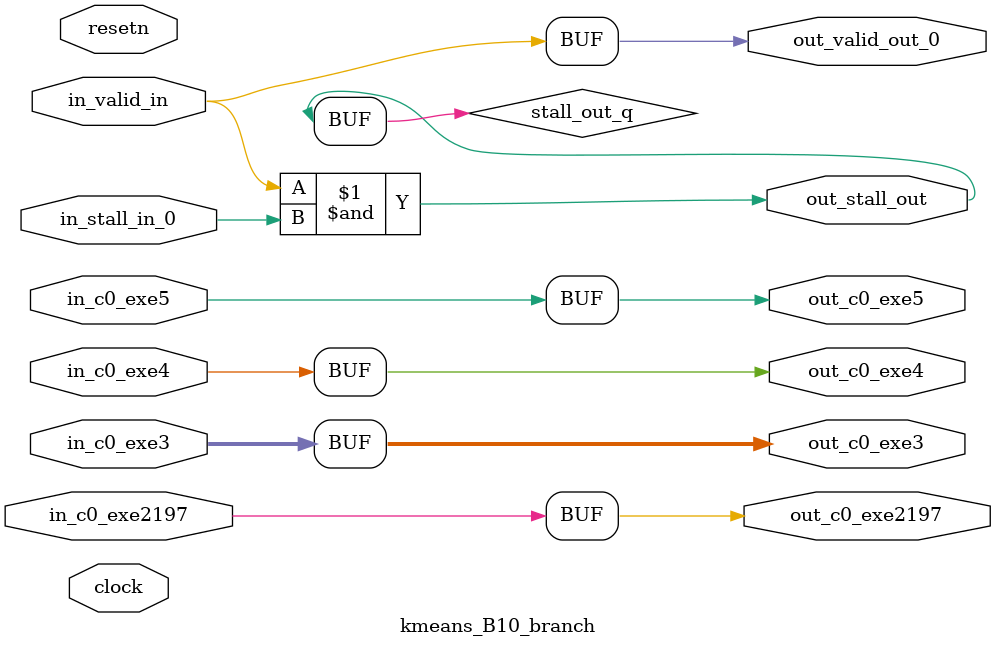
<source format=sv>



(* altera_attribute = "-name AUTO_SHIFT_REGISTER_RECOGNITION OFF; -name MESSAGE_DISABLE 10036; -name MESSAGE_DISABLE 10037; -name MESSAGE_DISABLE 14130; -name MESSAGE_DISABLE 14320; -name MESSAGE_DISABLE 15400; -name MESSAGE_DISABLE 14130; -name MESSAGE_DISABLE 10036; -name MESSAGE_DISABLE 12020; -name MESSAGE_DISABLE 12030; -name MESSAGE_DISABLE 12010; -name MESSAGE_DISABLE 12110; -name MESSAGE_DISABLE 14320; -name MESSAGE_DISABLE 13410; -name MESSAGE_DISABLE 113007; -name MESSAGE_DISABLE 10958" *)
module kmeans_B10_branch (
    input wire [0:0] in_c0_exe2197,
    input wire [31:0] in_c0_exe3,
    input wire [0:0] in_c0_exe4,
    input wire [0:0] in_c0_exe5,
    input wire [0:0] in_stall_in_0,
    input wire [0:0] in_valid_in,
    output wire [0:0] out_c0_exe2197,
    output wire [31:0] out_c0_exe3,
    output wire [0:0] out_c0_exe4,
    output wire [0:0] out_c0_exe5,
    output wire [0:0] out_stall_out,
    output wire [0:0] out_valid_out_0,
    input wire clock,
    input wire resetn
    );

    wire [0:0] stall_out_q;


    // out_c0_exe2197(GPOUT,8)
    assign out_c0_exe2197 = in_c0_exe2197;

    // out_c0_exe3(GPOUT,9)
    assign out_c0_exe3 = in_c0_exe3;

    // out_c0_exe4(GPOUT,10)
    assign out_c0_exe4 = in_c0_exe4;

    // out_c0_exe5(GPOUT,11)
    assign out_c0_exe5 = in_c0_exe5;

    // stall_out(LOGICAL,14)
    assign stall_out_q = in_valid_in & in_stall_in_0;

    // out_stall_out(GPOUT,12)
    assign out_stall_out = stall_out_q;

    // out_valid_out_0(GPOUT,13)
    assign out_valid_out_0 = in_valid_in;

endmodule

</source>
